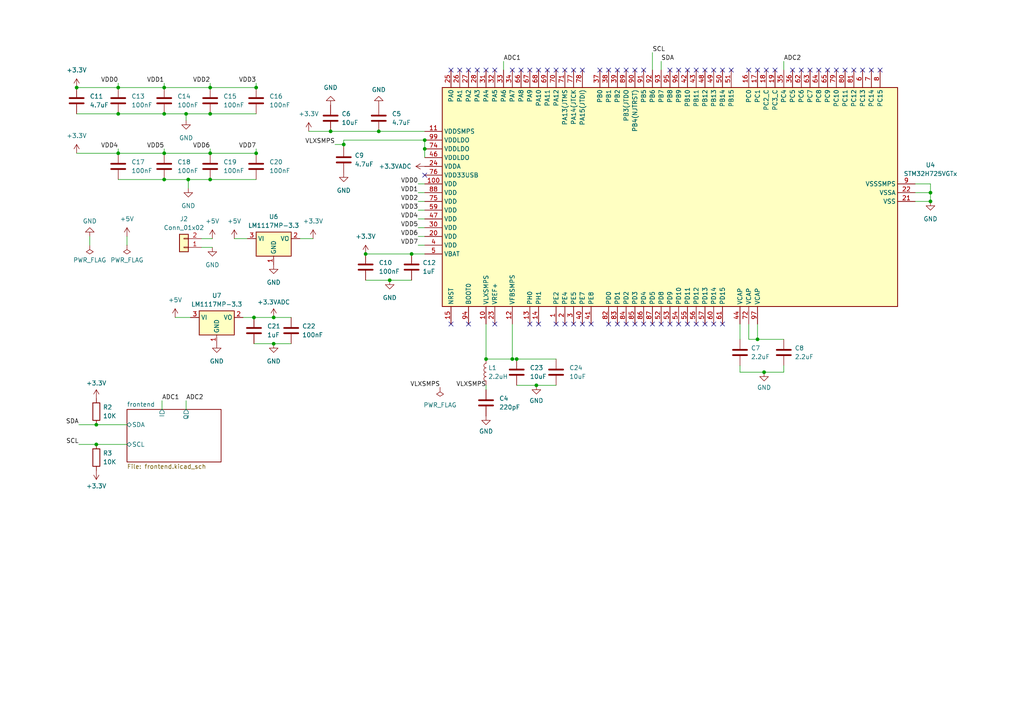
<source format=kicad_sch>
(kicad_sch (version 20230121) (generator eeschema)
  (paper "A4")
  (lib_symbols
    (symbol "Connector_Generic:Conn_01x02" (pin_names (offset 1.016) hide)
      (property "Reference" "J" (at 0 2.54 0))
      (property "Value" "Conn_01x02" (at 0 -5.08 0))
      (symbol "Conn_01x02_1_1"
        (rectangle (start -1.27 -2.413) (end 0 -2.667) (stroke (width 0.1524)))
        (rectangle (start -1.27 0.127) (end 0 -0.127) (stroke (width 0.1524)))
        (rectangle (start -1.27 1.27) (end 1.27 -3.81) (stroke (width 0.254)) (fill (type background)))
        (pin passive line (at -5.08 0 0) (length 3.81) (name "Pin_1") (number "1"))
        (pin passive line (at -5.08 -2.54 0) (length 3.81) (name "Pin_2") (number "2"))
      )
    )
    (symbol "Device:C" (pin_numbers hide) (pin_names (offset 0.254))
      (property "Reference" "C" (at 0.635 2.54 0))
      (property "Value" "C" (at 0.635 -2.54 0))
      (symbol "C_0_1"
        (polyline (pts (xy -2.032 -0.762) (xy 2.032 -0.762)) (stroke (width 0.508)))
        (polyline (pts (xy -2.032 0.762) (xy 2.032 0.762)) (stroke (width 0.508)))
      )
      (symbol "C_1_1"
        (pin passive line (at 0 3.81 270) (length 2.794) (name "~") (number "1"))
        (pin passive line (at 0 -3.81 90) (length 2.794) (name "~") (number "2"))
      )
    )
    (symbol "Device:L" (pin_numbers hide) (pin_names (offset 1.016) hide)
      (property "Reference" "L" (at -1.27 0 90))
      (property "Value" "L" (at 1.905 0 90))
      (symbol "L_0_1"
        (arc (start 0 -2.54) (mid 0.6323 -1.905) (end 0 -1.27))
        (arc (start 0 -1.27) (mid 0.6323 -0.635) (end 0 0))
        (arc (start 0 0) (mid 0.6323 0.635) (end 0 1.27))
        (arc (start 0 1.27) (mid 0.6323 1.905) (end 0 2.54))
      )
      (symbol "L_1_1"
        (pin passive line (at 0 3.81 270) (length 1.27) (name "1") (number "1"))
        (pin passive line (at 0 -3.81 90) (length 1.27) (name "2") (number "2"))
      )
    )
    (symbol "Device:R" (pin_numbers hide) (pin_names (offset 0))
      (property "Reference" "R" (at 2.032 0 90))
      (property "Value" "R" (at 0 0 90))
      (symbol "R_0_1"
        (rectangle (start -1.016 -2.54) (end 1.016 2.54) (stroke (width 0.254)))
      )
      (symbol "R_1_1"
        (pin passive line (at 0 3.81 270) (length 1.27) (name "~") (number "1"))
        (pin passive line (at 0 -3.81 90) (length 1.27) (name "~") (number "2"))
      )
    )
    (symbol "MCU_ST_STM32H7:STM32H725VGTx"
      (property "Reference" "U4" (at 10.5761 -75.565 90))
      (property "Value" "STM32H725VGTx" (at 8.0361 -75.565 90))
      (symbol "STM32H725VGTx_0_1"
        (rectangle (start -30.48 -66.04) (end 33.02 66.04) (stroke (width 0.254)) (fill (type background)))
      )
      (symbol "STM32H725VGTx_1_1"
        (pin bidirectional line (at -35.56 33.02 0) (length 5.08) (name "PE2") (number "1"))
        (pin power_out line (at -35.56 53.34 0) (length 5.08) (name "VLXSMPS") (number "10"))
        (pin power_in line (at 5.08 71.12 270) (length 5.08) (name "VDD") (number "100"))
        (pin power_in line (at 20.32 71.12 270) (length 5.08) (name "VDDSMPS") (number "11"))
        (pin input line (at -35.56 45.72 0) (length 5.08) (name "VFBSMPS") (number "12"))
        (pin bidirectional line (at -35.56 40.64 0) (length 5.08) (name "PH0") (number "13"))
        (pin bidirectional line (at -35.56 38.1 0) (length 5.08) (name "PH1") (number "14"))
        (pin input line (at -35.56 63.5 0) (length 5.08) (name "NRST") (number "15"))
        (pin bidirectional line (at 38.1 -22.86 180) (length 5.08) (name "PC0") (number "16"))
        (pin bidirectional line (at 38.1 -25.4 180) (length 5.08) (name "PC1") (number "17"))
        (pin bidirectional line (at 38.1 -27.94 180) (length 5.08) (name "PC2_C") (number "18"))
        (pin bidirectional line (at 38.1 -30.48 180) (length 5.08) (name "PC3_C") (number "19"))
        (pin bidirectional line (at -35.56 30.48 0) (length 5.08) (name "PE4") (number "2"))
        (pin power_in line (at -10.16 71.12 270) (length 5.08) (name "VDD") (number "20"))
        (pin power_in line (at 0 -71.12 90) (length 5.08) (name "VSS") (number "21"))
        (pin power_in line (at 2.54 -71.12 90) (length 5.08) (name "VSSA") (number "22"))
        (pin input line (at -35.56 50.8 0) (length 5.08) (name "VREF+") (number "23"))
        (pin power_in line (at 10.16 71.12 270) (length 5.08) (name "VDDA") (number "24"))
        (pin bidirectional line (at 38.1 63.5 180) (length 5.08) (name "PA0") (number "25"))
        (pin bidirectional line (at 38.1 60.96 180) (length 5.08) (name "PA1") (number "26"))
        (pin bidirectional line (at 38.1 58.42 180) (length 5.08) (name "PA2") (number "27"))
        (pin bidirectional line (at 38.1 55.88 180) (length 5.08) (name "PA3") (number "28"))
        (pin passive line (at 0 -71.12 90) (length 5.08) hide (name "VSS") (number "29"))
        (pin bidirectional line (at -35.56 27.94 0) (length 5.08) (name "PE5") (number "3"))
        (pin power_in line (at -7.62 71.12 270) (length 5.08) (name "VDD") (number "30"))
        (pin bidirectional line (at 38.1 53.34 180) (length 5.08) (name "PA4") (number "31"))
        (pin bidirectional line (at 38.1 50.8 180) (length 5.08) (name "PA5") (number "32"))
        (pin bidirectional line (at 38.1 48.26 180) (length 5.08) (name "PA6") (number "33"))
        (pin bidirectional line (at 38.1 45.72 180) (length 5.08) (name "PA7") (number "34"))
        (pin bidirectional line (at 38.1 -33.02 180) (length 5.08) (name "PC4") (number "35"))
        (pin bidirectional line (at 38.1 -35.56 180) (length 5.08) (name "PC5") (number "36"))
        (pin bidirectional line (at 38.1 20.32 180) (length 5.08) (name "PB0") (number "37"))
        (pin bidirectional line (at 38.1 17.78 180) (length 5.08) (name "PB1") (number "38"))
        (pin bidirectional line (at 38.1 15.24 180) (length 5.08) (name "PB2") (number "39"))
        (pin power_in line (at -12.7 71.12 270) (length 5.08) (name "VDD") (number "4"))
        (pin bidirectional line (at -35.56 25.4 0) (length 5.08) (name "PE7") (number "40"))
        (pin bidirectional line (at -35.56 22.86 0) (length 5.08) (name "PE8") (number "41"))
        (pin bidirectional line (at 38.1 -5.08 180) (length 5.08) (name "PB10") (number "42"))
        (pin bidirectional line (at 38.1 -7.62 180) (length 5.08) (name "PB11") (number "43"))
        (pin power_out line (at -35.56 -20.32 0) (length 5.08) (name "VCAP") (number "44"))
        (pin passive line (at 0 -71.12 90) (length 5.08) hide (name "VSS") (number "45"))
        (pin power_in line (at 12.7 71.12 270) (length 5.08) (name "VDDLDO") (number "46"))
        (pin power_in line (at -5.08 71.12 270) (length 5.08) (name "VDD") (number "47"))
        (pin bidirectional line (at 38.1 -10.16 180) (length 5.08) (name "PB12") (number "48"))
        (pin bidirectional line (at 38.1 -12.7 180) (length 5.08) (name "PB13") (number "49"))
        (pin power_in line (at -15.24 71.12 270) (length 5.08) (name "VBAT") (number "5"))
        (pin bidirectional line (at 38.1 -15.24 180) (length 5.08) (name "PB14") (number "50"))
        (pin bidirectional line (at 38.1 -17.78 180) (length 5.08) (name "PB15") (number "51"))
        (pin bidirectional line (at -35.56 2.54 0) (length 5.08) (name "PD8") (number "52"))
        (pin bidirectional line (at -35.56 0 0) (length 5.08) (name "PD9") (number "53"))
        (pin bidirectional line (at -35.56 -2.54 0) (length 5.08) (name "PD10") (number "54"))
        (pin bidirectional line (at -35.56 -5.08 0) (length 5.08) (name "PD11") (number "55"))
        (pin bidirectional line (at -35.56 -7.62 0) (length 5.08) (name "PD12") (number "56"))
        (pin bidirectional line (at -35.56 -10.16 0) (length 5.08) (name "PD13") (number "57"))
        (pin passive line (at 0 -71.12 90) (length 5.08) hide (name "VSS") (number "58"))
        (pin power_in line (at -2.54 71.12 270) (length 5.08) (name "VDD") (number "59"))
        (pin bidirectional line (at 38.1 -55.88 180) (length 5.08) (name "PC13") (number "6"))
        (pin bidirectional line (at -35.56 -12.7 0) (length 5.08) (name "PD14") (number "60"))
        (pin bidirectional line (at -35.56 -15.24 0) (length 5.08) (name "PD15") (number "61"))
        (pin bidirectional line (at 38.1 -38.1 180) (length 5.08) (name "PC6") (number "62"))
        (pin bidirectional line (at 38.1 -40.64 180) (length 5.08) (name "PC7") (number "63"))
        (pin bidirectional line (at 38.1 -43.18 180) (length 5.08) (name "PC8") (number "64"))
        (pin bidirectional line (at 38.1 -45.72 180) (length 5.08) (name "PC9") (number "65"))
        (pin bidirectional line (at 38.1 43.18 180) (length 5.08) (name "PA8") (number "66"))
        (pin bidirectional line (at 38.1 40.64 180) (length 5.08) (name "PA9") (number "67"))
        (pin bidirectional line (at 38.1 38.1 180) (length 5.08) (name "PA10") (number "68"))
        (pin bidirectional line (at 38.1 35.56 180) (length 5.08) (name "PA11") (number "69"))
        (pin bidirectional line (at 38.1 -58.42 180) (length 5.08) (name "PC14") (number "7"))
        (pin bidirectional line (at 38.1 33.02 180) (length 5.08) (name "PA12") (number "70"))
        (pin bidirectional line (at 38.1 30.48 180) (length 5.08) (name "PA13(JTMS") (number "71"))
        (pin power_out line (at -35.56 -22.86 0) (length 5.08) (name "VCAP") (number "72"))
        (pin passive line (at 0 -71.12 90) (length 5.08) hide (name "VSS") (number "73"))
        (pin power_in line (at 15.24 71.12 270) (length 5.08) (name "VDDLDO") (number "74"))
        (pin power_in line (at 0 71.12 270) (length 5.08) (name "VDD") (number "75"))
        (pin power_in line (at 7.62 71.12 270) (length 5.08) (name "VDD33USB") (number "76"))
        (pin bidirectional line (at 38.1 27.94 180) (length 5.08) (name "PA14(JTCK") (number "77"))
        (pin bidirectional line (at 38.1 25.4 180) (length 5.08) (name "PA15(JTDI)") (number "78"))
        (pin bidirectional line (at 38.1 -48.26 180) (length 5.08) (name "PC10") (number "79"))
        (pin bidirectional line (at 38.1 -60.96 180) (length 5.08) (name "PC15") (number "8"))
        (pin bidirectional line (at 38.1 -50.8 180) (length 5.08) (name "PC11") (number "80"))
        (pin bidirectional line (at 38.1 -53.34 180) (length 5.08) (name "PC12") (number "81"))
        (pin bidirectional line (at -35.56 17.78 0) (length 5.08) (name "PD0") (number "82"))
        (pin bidirectional line (at -35.56 15.24 0) (length 5.08) (name "PD1") (number "83"))
        (pin bidirectional line (at -35.56 12.7 0) (length 5.08) (name "PD2") (number "84"))
        (pin bidirectional line (at -35.56 10.16 0) (length 5.08) (name "PD3") (number "85"))
        (pin bidirectional line (at -35.56 7.62 0) (length 5.08) (name "PD4") (number "86"))
        (pin bidirectional line (at -35.56 5.08 0) (length 5.08) (name "PD5") (number "87"))
        (pin power_in line (at 2.54 71.12 270) (length 5.08) (name "VDD") (number "88"))
        (pin bidirectional line (at 38.1 12.7 180) (length 5.08) (name "PB3(JTDO") (number "89"))
        (pin power_in line (at 5.08 -71.12 90) (length 5.08) (name "VSSSMPS") (number "9"))
        (pin bidirectional line (at 38.1 10.16 180) (length 5.08) (name "PB4(NJTRST)") (number "90"))
        (pin bidirectional line (at 38.1 7.62 180) (length 5.08) (name "PB5") (number "91"))
        (pin bidirectional line (at 38.1 5.08 180) (length 5.08) (name "PB6") (number "92"))
        (pin bidirectional line (at 38.1 2.54 180) (length 5.08) (name "PB7") (number "93"))
        (pin input line (at -35.56 58.42 0) (length 5.08) (name "BOOT0") (number "94"))
        (pin bidirectional line (at 38.1 0 180) (length 5.08) (name "PB8") (number "95"))
        (pin bidirectional line (at 38.1 -2.54 180) (length 5.08) (name "PB9") (number "96"))
        (pin power_in line (at -35.56 -25.4 0) (length 5.08) (name "VCAP") (number "97"))
        (pin passive line (at 0 -71.12 90) (length 5.08) hide (name "VSS") (number "98"))
        (pin power_in line (at 17.78 71.12 270) (length 5.08) (name "VDDLDO") (number "99"))
      )
    )
    (symbol "Regulator_Linear:LM1117MP-3.3"
      (property "Reference" "U" (at -3.81 3.175 0))
      (property "Value" "LM1117MP-3.3" (at 0 3.175 0))
      (symbol "LM1117MP-3.3_0_1"
        (rectangle (start -5.08 -5.08) (end 5.08 1.905) (stroke (width 0.254)) (fill (type background)))
      )
      (symbol "LM1117MP-3.3_1_1"
        (pin power_in line (at 0 -7.62 90) (length 2.54) (name "GND") (number "1"))
        (pin power_out line (at 7.62 0 180) (length 2.54) (name "VO") (number "2"))
        (pin power_in line (at -7.62 0 0) (length 2.54) (name "VI") (number "3"))
      )
    )
    (symbol "power:+3.3V" (power) (pin_names (offset 0))
      (property "Value" "+3.3V" (at 0 3.556 0))
      (symbol "+3.3V_0_1"
        (polyline (pts (xy -0.762 1.27) (xy 0 2.54)))
        (polyline (pts (xy 0 0) (xy 0 2.54)))
        (polyline (pts (xy 0 2.54) (xy 0.762 1.27)))
      )
      (symbol "+3.3V_1_1"
        (pin power_in line (at 0 0 90) (length 0) hide (name "+3.3V") (number "1"))
      )
    )
    (symbol "power:+3.3VADC" (power) (pin_names (offset 0))
      (property "Value" "+3.3VADC" (at 0 2.54 0))
      (symbol "+3.3VADC_0_0"
        (pin power_in line (at 0 0 90) (length 0) hide (name "+3.3VADC") (number "1"))
      )
      (symbol "+3.3VADC_0_1"
        (polyline (pts (xy -0.762 1.27) (xy 0 2.54)))
        (polyline (pts (xy 0 0) (xy 0 2.54)))
        (polyline (pts (xy 0 2.54) (xy 0.762 1.27)))
      )
    )
    (symbol "power:+5V" (power) (pin_names (offset 0))
      (property "Value" "+5V" (at 0 3.556 0))
      (symbol "+5V_0_1"
        (polyline (pts (xy -0.762 1.27) (xy 0 2.54)))
        (polyline (pts (xy 0 0) (xy 0 2.54)))
        (polyline (pts (xy 0 2.54) (xy 0.762 1.27)))
      )
      (symbol "+5V_1_1"
        (pin power_in line (at 0 0 90) (length 0) hide (name "+5V") (number "1"))
      )
    )
    (symbol "power:GND" (power) (pin_names (offset 0))
      (property "Value" "GND" (at 0 -3.81 0))
      (symbol "GND_0_1"
        (polyline (pts (xy 0 0) (xy 0 -1.27) (xy 1.27 -1.27) (xy 0 -2.54) (xy -1.27 -1.27) (xy 0 -1.27)))
      )
      (symbol "GND_1_1"
        (pin power_in line (at 0 0 270) (length 0) hide (name "GND") (number "1"))
      )
    )
    (symbol "power:PWR_FLAG" (power) (pin_numbers hide) (pin_names (offset 0) hide)
      (property "Value" "PWR_FLAG" (at 0 3.81 0))
      (symbol "PWR_FLAG_0_0"
        (pin power_out line (at 0 0 90) (length 0) (name "pwr") (number "1"))
      )
      (symbol "PWR_FLAG_0_1"
        (polyline (pts (xy 0 0) (xy 0 1.27) (xy -1.016 1.905) (xy 0 2.54) (xy 1.016 1.905) (xy 0 1.27)))
      )
    )
  )
  (junction (at 47.625 44.45))
  (junction (at 34.29 33.02))
  (junction (at 60.96 25.4))
  (junction (at 95.885 38.1))
  (junction (at 54.61 52.07))
  (junction (at 219.71 98.425))
  (junction (at 27.94 123.19))
  (junction (at 113.03 81.28))
  (junction (at 99.695 41.91))
  (junction (at 47.625 52.07))
  (junction (at 140.97 104.14))
  (junction (at 74.295 44.45))
  (junction (at 155.575 111.76))
  (junction (at 79.375 99.695))
  (junction (at 74.295 25.4))
  (junction (at 47.625 33.02))
  (junction (at 221.615 107.95))
  (junction (at 22.225 25.4))
  (junction (at 60.96 33.02))
  (junction (at 73.66 92.075))
  (junction (at 60.96 44.45))
  (junction (at 60.96 52.07))
  (junction (at 34.29 44.45))
  (junction (at 47.625 25.4))
  (junction (at 106.045 73.66))
  (junction (at 53.975 33.02))
  (junction (at 123.19 43.18))
  (junction (at 149.86 104.14))
  (junction (at 123.19 40.64))
  (junction (at 148.59 104.14))
  (junction (at 27.94 128.905))
  (junction (at 269.875 55.88))
  (junction (at 119.38 73.66))
  (junction (at 34.29 25.4))
  (junction (at 79.375 92.075))
  (junction (at 269.875 58.42))
  (junction (at 109.855 38.1))
  (no_connect (at 186.69 20.32))
  (no_connect (at 199.39 93.98))
  (no_connect (at 207.01 93.98))
  (no_connect (at 194.31 93.98))
  (no_connect (at 189.23 93.98))
  (no_connect (at 204.47 93.98))
  (no_connect (at 133.35 20.32))
  (no_connect (at 173.99 20.32))
  (no_connect (at 194.31 20.32))
  (no_connect (at 153.67 20.32))
  (no_connect (at 222.25 20.32))
  (no_connect (at 179.07 20.32))
  (no_connect (at 234.95 20.32))
  (no_connect (at 176.53 20.32))
  (no_connect (at 168.91 20.32))
  (no_connect (at 212.09 20.32))
  (no_connect (at 163.83 20.32))
  (no_connect (at 209.55 20.32))
  (no_connect (at 184.15 20.32))
  (no_connect (at 135.89 20.32))
  (no_connect (at 171.45 93.98))
  (no_connect (at 199.39 20.32))
  (no_connect (at 229.87 20.32))
  (no_connect (at 161.29 93.98))
  (no_connect (at 140.97 20.32))
  (no_connect (at 240.03 20.32))
  (no_connect (at 247.65 20.32))
  (no_connect (at 184.15 93.98))
  (no_connect (at 153.67 93.98))
  (no_connect (at 191.77 93.98))
  (no_connect (at 196.85 20.32))
  (no_connect (at 181.61 93.98))
  (no_connect (at 156.21 93.98))
  (no_connect (at 181.61 20.32))
  (no_connect (at 156.21 20.32))
  (no_connect (at 143.51 93.98))
  (no_connect (at 245.11 20.32))
  (no_connect (at 130.81 93.98))
  (no_connect (at 201.93 93.98))
  (no_connect (at 176.53 93.98))
  (no_connect (at 143.51 20.32))
  (no_connect (at 135.89 93.98))
  (no_connect (at 130.81 20.32))
  (no_connect (at 151.13 20.32))
  (no_connect (at 163.83 93.98))
  (no_connect (at 138.43 20.32))
  (no_connect (at 217.17 20.32))
  (no_connect (at 166.37 93.98))
  (no_connect (at 179.07 93.98))
  (no_connect (at 255.27 20.32))
  (no_connect (at 237.49 20.32))
  (no_connect (at 161.29 20.32))
  (no_connect (at 204.47 20.32))
  (no_connect (at 250.19 20.32))
  (no_connect (at 252.73 20.32))
  (no_connect (at 196.85 93.98))
  (no_connect (at 207.01 20.32))
  (no_connect (at 209.55 93.98))
  (no_connect (at 224.79 20.32))
  (no_connect (at 242.57 20.32))
  (no_connect (at 158.75 20.32))
  (no_connect (at 168.91 93.98))
  (no_connect (at 166.37 20.32))
  (no_connect (at 219.71 20.32))
  (no_connect (at 232.41 20.32))
  (no_connect (at 201.93 20.32))
  (no_connect (at 123.19 50.8))
  (no_connect (at 148.59 20.32))
  (no_connect (at 186.69 93.98))
  (wire (pts (xy 97.155 41.91) (xy 99.695 41.91)))
  (wire (pts (xy 22.225 44.45) (xy 34.29 44.45)))
  (wire (pts (xy 73.66 99.695) (xy 79.375 99.695)))
  (wire (pts (xy 79.375 99.695) (xy 84.455 99.695)))
  (wire (pts (xy 148.59 93.98) (xy 148.59 104.14)))
  (wire (pts (xy 27.94 128.905) (xy 36.83 128.905)))
  (wire (pts (xy 34.29 44.45) (xy 47.625 44.45)))
  (wire (pts (xy 155.575 111.76) (xy 161.29 111.76)))
  (wire (pts (xy 74.295 43.18) (xy 74.295 44.45)))
  (wire (pts (xy 47.625 43.18) (xy 47.625 44.45)))
  (wire (pts (xy 54.61 52.07) (xy 54.61 54.61)))
  (wire (pts (xy 36.83 68.58) (xy 36.83 71.12)))
  (wire (pts (xy 113.03 81.28) (xy 119.38 81.28)))
  (wire (pts (xy 99.695 41.91) (xy 99.695 42.545)))
  (wire (pts (xy 34.29 24.13) (xy 34.29 25.4)))
  (wire (pts (xy 47.625 52.07) (xy 54.61 52.07)))
  (wire (pts (xy 46.99 116.205) (xy 46.99 118.745)))
  (wire (pts (xy 227.33 106.045) (xy 227.33 107.95)))
  (wire (pts (xy 50.8 92.075) (xy 55.245 92.075)))
  (wire (pts (xy 34.29 33.02) (xy 47.625 33.02)))
  (wire (pts (xy 140.97 104.14) (xy 148.59 104.14)))
  (wire (pts (xy 109.855 38.1) (xy 123.19 38.1)))
  (wire (pts (xy 121.285 60.96) (xy 123.19 60.96)))
  (wire (pts (xy 60.96 43.18) (xy 60.96 44.45)))
  (wire (pts (xy 140.97 93.98) (xy 140.97 104.14)))
  (wire (pts (xy 219.71 98.425) (xy 227.33 98.425)))
  (wire (pts (xy 47.625 44.45) (xy 60.96 44.45)))
  (wire (pts (xy 34.29 25.4) (xy 47.625 25.4)))
  (wire (pts (xy 227.33 17.78) (xy 227.33 20.32)))
  (wire (pts (xy 22.225 25.4) (xy 34.29 25.4)))
  (wire (pts (xy 214.63 107.95) (xy 221.615 107.95)))
  (wire (pts (xy 121.285 68.58) (xy 123.19 68.58)))
  (wire (pts (xy 60.96 44.45) (xy 74.295 44.45)))
  (wire (pts (xy 70.485 92.075) (xy 73.66 92.075)))
  (wire (pts (xy 149.86 104.14) (xy 161.29 104.14)))
  (wire (pts (xy 47.625 24.13) (xy 47.625 25.4)))
  (wire (pts (xy 269.875 55.88) (xy 269.875 58.42)))
  (wire (pts (xy 106.045 81.28) (xy 113.03 81.28)))
  (wire (pts (xy 53.975 33.02) (xy 53.975 34.925)))
  (wire (pts (xy 60.96 24.13) (xy 60.96 25.4)))
  (wire (pts (xy 34.29 43.18) (xy 34.29 44.45)))
  (wire (pts (xy 121.285 55.88) (xy 123.19 55.88)))
  (wire (pts (xy 22.86 123.19) (xy 27.94 123.19)))
  (wire (pts (xy 74.295 24.13) (xy 74.295 25.4)))
  (wire (pts (xy 149.86 111.76) (xy 155.575 111.76)))
  (wire (pts (xy 119.38 73.66) (xy 123.19 73.66)))
  (wire (pts (xy 191.77 17.78) (xy 191.77 20.32)))
  (wire (pts (xy 47.625 25.4) (xy 60.96 25.4)))
  (wire (pts (xy 146.05 17.78) (xy 146.05 20.32)))
  (wire (pts (xy 121.285 63.5) (xy 123.19 63.5)))
  (wire (pts (xy 265.43 58.42) (xy 269.875 58.42)))
  (wire (pts (xy 99.695 40.64) (xy 99.695 41.91)))
  (wire (pts (xy 89.535 38.1) (xy 95.885 38.1)))
  (wire (pts (xy 140.97 111.76) (xy 140.97 113.03)))
  (wire (pts (xy 26.035 68.58) (xy 26.035 71.12)))
  (wire (pts (xy 79.375 92.075) (xy 84.455 92.075)))
  (wire (pts (xy 60.96 52.07) (xy 74.295 52.07)))
  (wire (pts (xy 106.045 73.66) (xy 119.38 73.66)))
  (wire (pts (xy 54.61 52.07) (xy 60.96 52.07)))
  (wire (pts (xy 121.285 66.04) (xy 123.19 66.04)))
  (wire (pts (xy 58.42 69.215) (xy 61.595 69.215)))
  (wire (pts (xy 123.19 43.18) (xy 123.19 45.72)))
  (wire (pts (xy 121.285 58.42) (xy 123.19 58.42)))
  (wire (pts (xy 67.945 69.215) (xy 71.755 69.215)))
  (wire (pts (xy 219.71 93.98) (xy 219.71 98.425)))
  (wire (pts (xy 148.59 104.14) (xy 149.86 104.14)))
  (wire (pts (xy 265.43 55.88) (xy 269.875 55.88)))
  (wire (pts (xy 217.17 98.425) (xy 217.17 93.98)))
  (wire (pts (xy 189.23 15.24) (xy 189.23 20.32)))
  (wire (pts (xy 60.96 25.4) (xy 74.295 25.4)))
  (wire (pts (xy 221.615 107.95) (xy 227.33 107.95)))
  (wire (pts (xy 34.29 52.07) (xy 47.625 52.07)))
  (wire (pts (xy 95.885 38.1) (xy 109.855 38.1)))
  (wire (pts (xy 214.63 106.045) (xy 214.63 107.95)))
  (wire (pts (xy 60.96 33.02) (xy 74.295 33.02)))
  (wire (pts (xy 47.625 33.02) (xy 53.975 33.02)))
  (wire (pts (xy 121.285 53.34) (xy 123.19 53.34)))
  (wire (pts (xy 73.66 92.075) (xy 79.375 92.075)))
  (wire (pts (xy 58.42 71.755) (xy 61.595 71.755)))
  (wire (pts (xy 27.94 123.19) (xy 36.83 123.19)))
  (wire (pts (xy 217.17 98.425) (xy 219.71 98.425)))
  (wire (pts (xy 99.695 40.64) (xy 123.19 40.64)))
  (wire (pts (xy 22.86 128.905) (xy 27.94 128.905)))
  (wire (pts (xy 214.63 93.98) (xy 214.63 98.425)))
  (wire (pts (xy 22.225 33.02) (xy 34.29 33.02)))
  (wire (pts (xy 265.43 53.34) (xy 269.875 53.34)))
  (wire (pts (xy 53.975 33.02) (xy 60.96 33.02)))
  (wire (pts (xy 86.995 69.215) (xy 90.805 69.215)))
  (wire (pts (xy 53.975 116.205) (xy 53.975 118.745)))
  (wire (pts (xy 121.285 71.12) (xy 123.19 71.12)))
  (wire (pts (xy 269.875 53.34) (xy 269.875 55.88)))
  (wire (pts (xy 123.19 40.64) (xy 123.19 43.18)))
  (label "SDA" (at 22.86 123.19 180))
  (label "VDD0" (at 34.29 24.13 180))
  (label "VDD7" (at 74.295 43.18 180))
  (label "VDD4" (at 121.285 63.5 180))
  (label "VDD0" (at 121.285 53.34 180))
  (label "SCL" (at 189.23 15.24 0))
  (label "VDD1" (at 47.625 24.13 180))
  (label "VDD5" (at 47.625 43.18 180))
  (label "VDD2" (at 121.285 58.42 180))
  (label "VDD3" (at 74.295 24.13 180))
  (label "ADC1" (at 146.05 17.78 0))
  (label "SCL" (at 22.86 128.905 180))
  (label "VDD2" (at 60.96 24.13 180))
  (label "SDA" (at 191.77 17.78 0))
  (label "VDD3" (at 121.285 60.96 180))
  (label "VDD5" (at 121.285 66.04 180))
  (label "VDD7" (at 121.285 71.12 180))
  (label "VLXSMPS" (at 140.97 112.395 180))
  (label "ADC2" (at 227.33 17.78 0))
  (label "VLXSMPS" (at 97.155 41.91 180))
  (label "VDD1" (at 121.285 55.88 180))
  (label "ADC2" (at 53.975 116.205 0))
  (label "VLXSMPS" (at 127.635 112.395 180))
  (label "VDD6" (at 60.96 43.18 180))
  (label "ADC1" (at 46.99 116.205 0))
  (label "VDD4" (at 34.29 43.18 180))
  (label "VDD6" (at 121.285 68.58 180))
  (symbol (lib_id "power:GND") (at 54.61 54.61 0) (unit 1)
    (property "Reference" "#PWR024" (effects hide))
    (property "Value" "GND" (at 54.61 59.69 0))
  )
  (symbol (lib_id "Device:R") (at 27.94 132.715 0) (unit 1)
    (property "Reference" "R3" (at 29.845 131.445 0) (effects (justify left)))
    (property "Value" "10K" (at 29.845 133.985 0) (effects (justify left)))
  )
  (symbol (lib_id "power:GND") (at 269.875 58.42 0) (unit 1)
    (property "Reference" "#PWR014" (effects hide))
    (property "Value" "GND" (at 269.875 63.5 0))
  )
  (symbol (lib_id "power:+3.3V") (at 89.535 38.1 0) (unit 1)
    (property "Reference" "#PWR016" (effects hide))
    (property "Value" "+3.3V" (at 89.535 33.02 0))
  )
  (symbol (lib_id "Device:C") (at 34.29 48.26 0) (unit 1)
    (property "Reference" "C17" (at 38.1 46.99 0) (effects (justify left)))
    (property "Value" "100nF" (at 38.1 49.53 0) (effects (justify left)))
  )
  (symbol (lib_id "power:+5V") (at 67.945 69.215 0) (unit 1)
    (property "Reference" "#PWR029" (effects hide))
    (property "Value" "+5V" (at 67.945 64.135 0))
  )
  (symbol (lib_id "power:GND") (at 140.97 120.65 0) (unit 1)
    (property "Reference" "#PWR019" (effects hide))
    (property "Value" "GND" (at 140.97 125.095 0))
  )
  (symbol (lib_id "Device:R") (at 27.94 119.38 0) (unit 1)
    (property "Reference" "R2" (at 29.845 118.11 0) (effects (justify left)))
    (property "Value" "10K" (at 29.845 120.65 0) (effects (justify left)))
  )
  (symbol (lib_id "Device:C") (at 74.295 29.21 0) (unit 1)
    (property "Reference" "C16" (at 78.105 27.94 0) (effects (justify left)))
    (property "Value" "100nF" (at 78.105 30.48 0) (effects (justify left)))
  )
  (symbol (lib_id "Device:C") (at 95.885 34.29 0) (unit 1)
    (property "Reference" "C6" (at 99.06 33.02 0) (effects (justify left)))
    (property "Value" "10uF" (at 99.06 35.56 0) (effects (justify left)))
  )
  (symbol (lib_id "power:+5V") (at 36.83 68.58 0) (unit 1)
    (property "Reference" "#PWR030" (effects hide))
    (property "Value" "+5V" (at 36.83 63.5 0))
  )
  (symbol (lib_id "Device:C") (at 74.295 48.26 0) (unit 1)
    (property "Reference" "C20" (at 78.105 46.99 0) (effects (justify left)))
    (property "Value" "100nF" (at 78.105 49.53 0) (effects (justify left)))
  )
  (symbol (lib_id "Regulator_Linear:LM1117MP-3.3") (at 79.375 69.215 0) (unit 1)
    (property "Reference" "U6" (at 79.375 62.865 0))
    (property "Value" "LM1117MP-3.3" (at 79.375 65.405 0))
    (property "Footprint" "Package_TO_SOT_SMD:SOT-223-3_TabPin2" (effects hide))
    (property "Datasheet" "http://www.ti.com/lit/ds/symlink/lm1117.pdf" (effects hide))
  )
  (symbol (lib_id "power:GND") (at 53.975 34.925 0) (unit 1)
    (property "Reference" "#PWR037" (effects hide))
    (property "Value" "GND" (at 53.975 40.005 0))
  )
  (symbol (lib_id "power:+3.3VADC") (at 123.19 48.26 90) (unit 1)
    (property "Reference" "#PWR013" (effects hide))
    (property "Value" "+3.3VADC" (at 119.38 48.26 90) (effects (justify left)))
  )
  (symbol (lib_id "Device:C") (at 109.855 34.29 0) (unit 1)
    (property "Reference" "C5" (at 113.665 33.02 0) (effects (justify left)))
    (property "Value" "4.7uF" (at 113.665 35.56 0) (effects (justify left)))
  )
  (symbol (lib_id "power:GND") (at 79.375 99.695 0) (unit 1)
    (property "Reference" "#PWR038" (effects hide))
    (property "Value" "GND" (at 79.375 104.775 0))
  )
  (symbol (lib_id "Device:C") (at 161.29 107.95 0) (unit 1)
    (property "Reference" "C24" (at 165.1 106.68 0) (effects (justify left)))
    (property "Value" "10uF" (at 165.1 109.22 0) (effects (justify left)))
  )
  (symbol (lib_id "Device:C") (at 119.38 77.47 0) (unit 1)
    (property "Reference" "C12" (at 122.555 76.2 0) (effects (justify left)))
    (property "Value" "1uF" (at 122.555 78.74 0) (effects (justify left)))
  )
  (symbol (lib_id "power:GND") (at 99.695 50.165 0) (unit 1)
    (property "Reference" "#PWR022" (effects hide))
    (property "Value" "GND" (at 99.695 55.245 0))
  )
  (symbol (lib_id "Device:C") (at 227.33 102.235 0) (unit 1)
    (property "Reference" "C8" (at 230.505 100.965 0) (effects (justify left)))
    (property "Value" "2.2uF" (at 230.505 103.505 0) (effects (justify left)))
  )
  (symbol (lib_id "Device:C") (at 60.96 48.26 0) (unit 1)
    (property "Reference" "C19" (at 64.77 46.99 0) (effects (justify left)))
    (property "Value" "100nF" (at 64.77 49.53 0) (effects (justify left)))
  )
  (symbol (lib_id "power:GND") (at 109.855 30.48 180) (unit 1)
    (property "Reference" "#PWR018" (effects hide))
    (property "Value" "GND" (at 109.855 26.035 0))
  )
  (symbol (lib_id "Regulator_Linear:LM1117MP-3.3") (at 62.865 92.075 0) (unit 1)
    (property "Reference" "U7" (at 62.865 85.725 0))
    (property "Value" "LM1117MP-3.3" (at 62.865 88.265 0))
    (property "Footprint" "Package_TO_SOT_SMD:SOT-223-3_TabPin2" (effects hide))
    (property "Datasheet" "http://www.ti.com/lit/ds/symlink/lm1117.pdf" (effects hide))
  )
  (symbol (lib_id "Device:C") (at 149.86 107.95 0) (unit 1)
    (property "Reference" "C23" (at 153.67 106.68 0) (effects (justify left)))
    (property "Value" "10uF" (at 153.67 109.22 0) (effects (justify left)))
  )
  (symbol (lib_id "Device:C") (at 47.625 48.26 0) (unit 1)
    (property "Reference" "C18" (at 51.435 46.99 0) (effects (justify left)))
    (property "Value" "100nF" (at 51.435 49.53 0) (effects (justify left)))
  )
  (symbol (lib_id "power:GND") (at 95.885 30.48 180) (unit 1)
    (property "Reference" "#PWR017" (effects hide))
    (property "Value" "GND" (at 95.885 25.4 0))
  )
  (symbol (lib_id "Device:C") (at 106.045 77.47 0) (unit 1)
    (property "Reference" "C10" (at 109.855 76.2 0) (effects (justify left)))
    (property "Value" "100nF" (at 109.855 78.74 0) (effects (justify left)))
  )
  (symbol (lib_id "Device:C") (at 214.63 102.235 0) (unit 1)
    (property "Reference" "C7" (at 217.805 100.965 0) (effects (justify left)))
    (property "Value" "2.2uF" (at 217.805 103.505 0) (effects (justify left)))
  )
  (symbol (lib_id "power:+3.3V") (at 22.225 44.45 0) (unit 1)
    (property "Reference" "#PWR026" (effects hide))
    (property "Value" "+3.3V" (at 22.225 39.37 0))
  )
  (symbol (lib_id "Device:C") (at 34.29 29.21 0) (unit 1)
    (property "Reference" "C13" (at 38.1 27.94 0) (effects (justify left)))
    (property "Value" "100nF" (at 38.1 30.48 0) (effects (justify left)))
  )
  (symbol (lib_id "power:+3.3V") (at 27.94 115.57 0) (unit 1)
    (property "Reference" "#PWR031" (effects hide))
    (property "Value" "+3.3V" (at 27.94 111.125 0))
  )
  (symbol (lib_id "power:+5V") (at 61.595 69.215 0) (unit 1)
    (property "Reference" "#PWR028" (effects hide))
    (property "Value" "+5V" (at 61.595 64.135 0))
  )
  (symbol (lib_id "power:GND") (at 221.615 107.95 0) (unit 1)
    (property "Reference" "#PWR021" (effects hide))
    (property "Value" "GND" (at 221.615 112.395 0))
  )
  (symbol (lib_id "power:PWR_FLAG") (at 127.635 112.395 180) (unit 1)
    (property "Reference" "#FLG03" (effects hide))
    (property "Value" "PWR_FLAG" (at 127.635 117.475 0))
  )
  (symbol (lib_id "power:GND") (at 62.865 99.695 0) (unit 1)
    (property "Reference" "#PWR034" (effects hide))
    (property "Value" "GND" (at 62.865 104.775 0))
  )
  (symbol (lib_id "power:GND") (at 61.595 71.755 0) (unit 1)
    (property "Reference" "#PWR027" (effects hide))
    (property "Value" "GND" (at 61.595 76.835 0))
  )
  (symbol (lib_id "power:PWR_FLAG") (at 26.035 71.12 180) (unit 1)
    (property "Reference" "#FLG02" (effects hide))
    (property "Value" "PWR_FLAG" (at 26.035 75.438 0))
  )
  (symbol (lib_id "Device:C") (at 60.96 29.21 0) (unit 1)
    (property "Reference" "C15" (at 64.77 27.94 0) (effects (justify left)))
    (property "Value" "100nF" (at 64.77 30.48 0) (effects (justify left)))
  )
  (symbol (lib_id "MCU_ST_STM32H7:STM32H725VGTx") (at 194.31 58.42 90) (unit 1)
    (property "Reference" "U4" (at 269.875 47.8439 90))
    (property "Value" "STM32H725VGTx" (at 269.875 50.3839 90))
    (property "Footprint" "Package_QFP:LQFP-100_14x14mm_P0.5mm" (effects hide))
    (property "Datasheet" "https://www.st.com/resource/en/datasheet/stm32h725vg.pdf" (effects hide))
  )
  (symbol (lib_id "power:PWR_FLAG") (at 36.83 71.12 180) (unit 1)
    (property "Reference" "#FLG01" (effects hide))
    (property "Value" "PWR_FLAG" (at 36.83 75.438 0))
  )
  (symbol (lib_id "Device:C") (at 140.97 116.84 0) (unit 1)
    (property "Reference" "C4" (at 144.78 115.57 0) (effects (justify left)))
    (property "Value" "220pF" (at 144.78 118.11 0) (effects (justify left)))
  )
  (symbol (lib_id "Device:C") (at 22.225 29.21 0) (unit 1)
    (property "Reference" "C11" (at 26.035 27.94 0) (effects (justify left)))
    (property "Value" "4.7uF" (at 26.035 30.48 0) (effects (justify left)))
  )
  (symbol (lib_id "Device:L") (at 140.97 107.95 180) (unit 1)
    (property "Reference" "L1" (at 141.605 106.68 0) (effects (justify right)))
    (property "Value" "2.2uH" (at 141.605 109.22 0) (effects (justify right)))
  )
  (symbol (lib_id "power:+3.3V") (at 27.94 136.525 180) (unit 1)
    (property "Reference" "#PWR032" (effects hide))
    (property "Value" "+3.3V" (at 27.94 140.97 0))
  )
  (symbol (lib_id "power:GND") (at 113.03 81.28 0) (unit 1)
    (property "Reference" "#PWR023" (effects hide))
    (property "Value" "GND" (at 113.03 86.36 0))
  )
  (symbol (lib_id "Device:C") (at 47.625 29.21 0) (unit 1)
    (property "Reference" "C14" (at 51.435 27.94 0) (effects (justify left)))
    (property "Value" "100nF" (at 51.435 30.48 0) (effects (justify left)))
  )
  (symbol (lib_id "Device:C") (at 84.455 95.885 0) (unit 1)
    (property "Reference" "C22" (at 87.63 94.615 0) (effects (justify left)))
    (property "Value" "100nF" (at 87.63 97.155 0) (effects (justify left)))
  )
  (symbol (lib_id "power:GND") (at 155.575 111.76 0) (unit 1)
    (property "Reference" "#PWR039" (effects hide))
    (property "Value" "GND" (at 155.575 116.205 0))
  )
  (symbol (lib_id "power:+3.3V") (at 22.225 25.4 0) (unit 1)
    (property "Reference" "#PWR025" (effects hide))
    (property "Value" "+3.3V" (at 22.225 20.32 0))
  )
  (symbol (lib_id "power:+5V") (at 50.8 92.075 0) (unit 1)
    (property "Reference" "#PWR033" (effects hide))
    (property "Value" "+5V" (at 50.8 86.995 0))
  )
  (symbol (lib_id "Device:C") (at 73.66 95.885 0) (unit 1)
    (property "Reference" "C21" (at 77.47 94.615 0) (effects (justify left)))
    (property "Value" "1uF" (at 77.47 97.155 0) (effects (justify left)))
  )
  (symbol (lib_id "Device:C") (at 99.695 46.355 0) (unit 1)
    (property "Reference" "C9" (at 102.87 45.085 0) (effects (justify left)))
    (property "Value" "4.7uF" (at 102.87 47.625 0) (effects (justify left)))
  )
  (symbol (lib_id "power:+3.3V") (at 106.045 73.66 0) (unit 1)
    (property "Reference" "#PWR015" (effects hide))
    (property "Value" "+3.3V" (at 106.045 68.58 0))
  )
  (symbol (lib_id "power:GND") (at 26.035 68.58 180) (unit 1)
    (property "Reference" "#PWR036" (effects hide))
    (property "Value" "GND" (at 26.035 64.135 0))
  )
  (symbol (lib_id "power:+3.3VADC") (at 79.375 92.075 0) (unit 1)
    (property "Reference" "#PWR035" (effects hide))
    (property "Value" "+3.3VADC" (at 79.375 87.63 0))
  )
  (symbol (lib_id "Connector_Generic:Conn_01x02") (at 53.34 71.755 180) (unit 1)
    (property "Reference" "J2" (at 53.34 63.5 0))
    (property "Value" "Conn_01x02" (at 53.34 66.04 0))
  )
  (symbol (lib_id "power:+3.3V") (at 90.805 69.215 0) (unit 1)
    (property "Reference" "#PWR020" (effects hide))
    (property "Value" "+3.3V" (at 90.805 64.135 0))
  )
  (symbol (lib_id "power:GND") (at 79.375 76.835 0) (unit 1)
    (property "Reference" "#PWR012" (effects hide))
    (property "Value" "GND" (at 79.375 81.915 0))
  )
  (sheet (at 36.83 118.745) (size 27.305 15.24) (stroke (width 0.1524))
    (property "Sheetname" "frontend" (at 36.83 118.0334 0) (effects (justify left bottom)))
    (property "Sheetfile" "frontend.kicad_sch" (at 36.83 134.5696 0) (effects (justify left top)))
    (pin "I" output (at 46.99 118.745 90))
    (pin "Q" output (at 53.975 118.745 90))
    (pin "SDA" bidirectional (at 36.83 123.19 180))
    (pin "SCL" bidirectional (at 36.83 128.905 180))
  )
)
</source>
